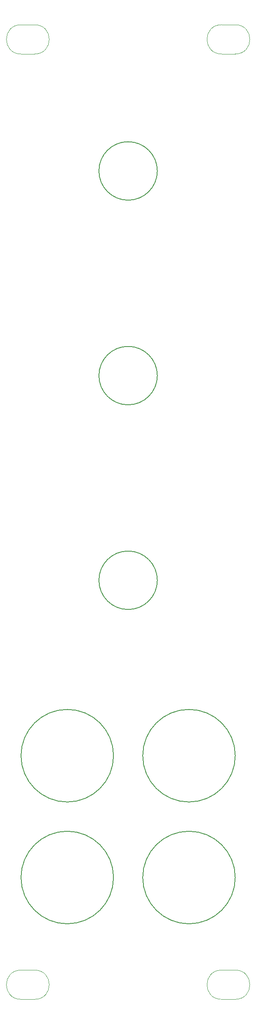
<source format=gbr>
G04 #@! TF.GenerationSoftware,KiCad,Pcbnew,6.0.4-6f826c9f35~116~ubuntu20.04.1*
G04 #@! TF.CreationDate,2022-04-19T11:59:19-04:00*
G04 #@! TF.ProjectId,arrm_panel,6172726d-5f70-4616-9e65-6c2e6b696361,rev?*
G04 #@! TF.SameCoordinates,Original*
G04 #@! TF.FileFunction,Other,Comment*
%FSLAX46Y46*%
G04 Gerber Fmt 4.6, Leading zero omitted, Abs format (unit mm)*
G04 Created by KiCad (PCBNEW 6.0.4-6f826c9f35~116~ubuntu20.04.1) date 2022-04-19 11:59:19*
%MOMM*%
%LPD*%
G01*
G04 APERTURE LIST*
%ADD10C,0.120000*%
%ADD11C,0.150000*%
G04 APERTURE END LIST*
D10*
G04 #@! TO.C,H10*
X63100000Y-207600000D02*
X60300000Y-207600000D01*
X63100000Y-201600000D02*
X60300000Y-201600000D01*
X63100000Y-13600000D02*
X60300000Y-13600000D01*
X63100000Y-7600000D02*
X60300000Y-7600000D01*
X63100000Y-13600000D02*
G75*
G03*
X63100000Y-7600000I0J3000000D01*
G01*
X60300000Y-7600000D02*
G75*
G03*
X60300000Y-13600000I0J-3000000D01*
G01*
X60300000Y-201600000D02*
G75*
G03*
X60300000Y-207600000I0J-3000000D01*
G01*
X63100000Y-207600000D02*
G75*
G03*
X63100000Y-201600000I0J3000000D01*
G01*
D11*
G04 #@! TO.C,H6*
X47100000Y-37600000D02*
G75*
G03*
X47100000Y-37600000I-6000000J0D01*
G01*
G04 #@! TO.C,H1*
X38100000Y-157600000D02*
G75*
G03*
X38100000Y-157600000I-9500000J0D01*
G01*
D10*
G04 #@! TO.C,H7*
X19100000Y-207600000D02*
X21900000Y-207600000D01*
X19100000Y-7600000D02*
X21900000Y-7600000D01*
X19100000Y-201600000D02*
X21900000Y-201600000D01*
X19100000Y-13600000D02*
X21900000Y-13600000D01*
X21900000Y-207600000D02*
G75*
G03*
X21900000Y-201600000I0J3000000D01*
G01*
X21900000Y-13600000D02*
G75*
G03*
X21900000Y-7600000I0J3000000D01*
G01*
X19100000Y-201600000D02*
G75*
G03*
X19100000Y-207600000I0J-3000000D01*
G01*
X19100000Y-7600000D02*
G75*
G03*
X19100000Y-13600000I0J-3000000D01*
G01*
D11*
G04 #@! TO.C,H2*
X38100000Y-182600000D02*
G75*
G03*
X38100000Y-182600000I-9500000J0D01*
G01*
G04 #@! TO.C,H3*
X63100000Y-157600000D02*
G75*
G03*
X63100000Y-157600000I-9500000J0D01*
G01*
G04 #@! TO.C,H4*
X63100000Y-182600000D02*
G75*
G03*
X63100000Y-182600000I-9500000J0D01*
G01*
G04 #@! TO.C,H8*
X47100000Y-121600000D02*
G75*
G03*
X47100000Y-121600000I-6000000J0D01*
G01*
G04 #@! TO.C,H5*
X47100000Y-79600000D02*
G75*
G03*
X47100000Y-79600000I-6000000J0D01*
G01*
G04 #@! TD*
M02*

</source>
